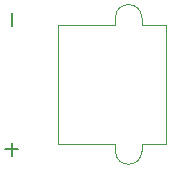
<source format=gbr>
%TF.GenerationSoftware,KiCad,Pcbnew,(6.0.5)*%
%TF.CreationDate,2023-01-08T16:18:02-05:00*%
%TF.ProjectId,GHOUL2,47484f55-4c32-42e6-9b69-6361645f7063,rev?*%
%TF.SameCoordinates,Original*%
%TF.FileFunction,Legend,Bot*%
%TF.FilePolarity,Positive*%
%FSLAX46Y46*%
G04 Gerber Fmt 4.6, Leading zero omitted, Abs format (unit mm)*
G04 Created by KiCad (PCBNEW (6.0.5)) date 2023-01-08 16:18:02*
%MOMM*%
%LPD*%
G01*
G04 APERTURE LIST*
%ADD10C,0.150000*%
%ADD11C,0.120000*%
G04 APERTURE END LIST*
D10*
%TO.C,J1*%
X185882142Y-81128571D02*
X185882142Y-82271428D01*
X186453571Y-81700000D02*
X185310714Y-81700000D01*
X185882142Y-70128571D02*
X185882142Y-71271428D01*
D11*
X196885000Y-70550000D02*
G75*
G03*
X194665000Y-70550000I-1110000J0D01*
G01*
X194665000Y-81850000D02*
G75*
G03*
X196885000Y-81850000I1110000J0D01*
G01*
X194665000Y-81260000D02*
X189765000Y-81260000D01*
X196885000Y-81850000D02*
X196885000Y-81260000D01*
X189765000Y-81260000D02*
X189765000Y-71140000D01*
X194665000Y-81850000D02*
X194665000Y-81260000D01*
X196885000Y-71140000D02*
X196885000Y-70550000D01*
X194665000Y-71140000D02*
X194665000Y-70550000D01*
X194665000Y-71140000D02*
X189765000Y-71140000D01*
X198985000Y-81260000D02*
X196885000Y-81260000D01*
X198985000Y-71140000D02*
X196885000Y-71140000D01*
X198985000Y-81260000D02*
X198985000Y-71140000D01*
%TD*%
M02*

</source>
